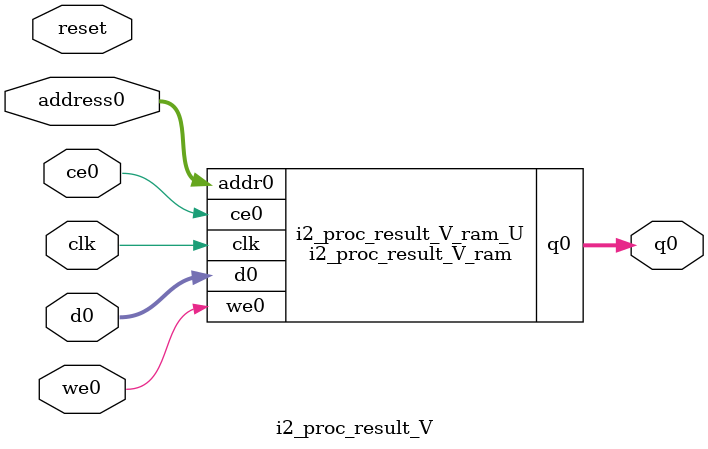
<source format=v>
`timescale 1 ns / 1 ps
module i2_proc_result_V_ram (addr0, ce0, d0, we0, q0,  clk);

parameter DWIDTH = 13;
parameter AWIDTH = 8;
parameter MEM_SIZE = 156;

input[AWIDTH-1:0] addr0;
input ce0;
input[DWIDTH-1:0] d0;
input we0;
output reg[DWIDTH-1:0] q0;
input clk;

(* ram_style = "block" *)reg [DWIDTH-1:0] ram[0:MEM_SIZE-1];




always @(posedge clk)  
begin 
    if (ce0) begin
        if (we0) 
            ram[addr0] <= d0; 
        q0 <= ram[addr0];
    end
end


endmodule

`timescale 1 ns / 1 ps
module i2_proc_result_V(
    reset,
    clk,
    address0,
    ce0,
    we0,
    d0,
    q0);

parameter DataWidth = 32'd13;
parameter AddressRange = 32'd156;
parameter AddressWidth = 32'd8;
input reset;
input clk;
input[AddressWidth - 1:0] address0;
input ce0;
input we0;
input[DataWidth - 1:0] d0;
output[DataWidth - 1:0] q0;



i2_proc_result_V_ram i2_proc_result_V_ram_U(
    .clk( clk ),
    .addr0( address0 ),
    .ce0( ce0 ),
    .we0( we0 ),
    .d0( d0 ),
    .q0( q0 ));

endmodule


</source>
